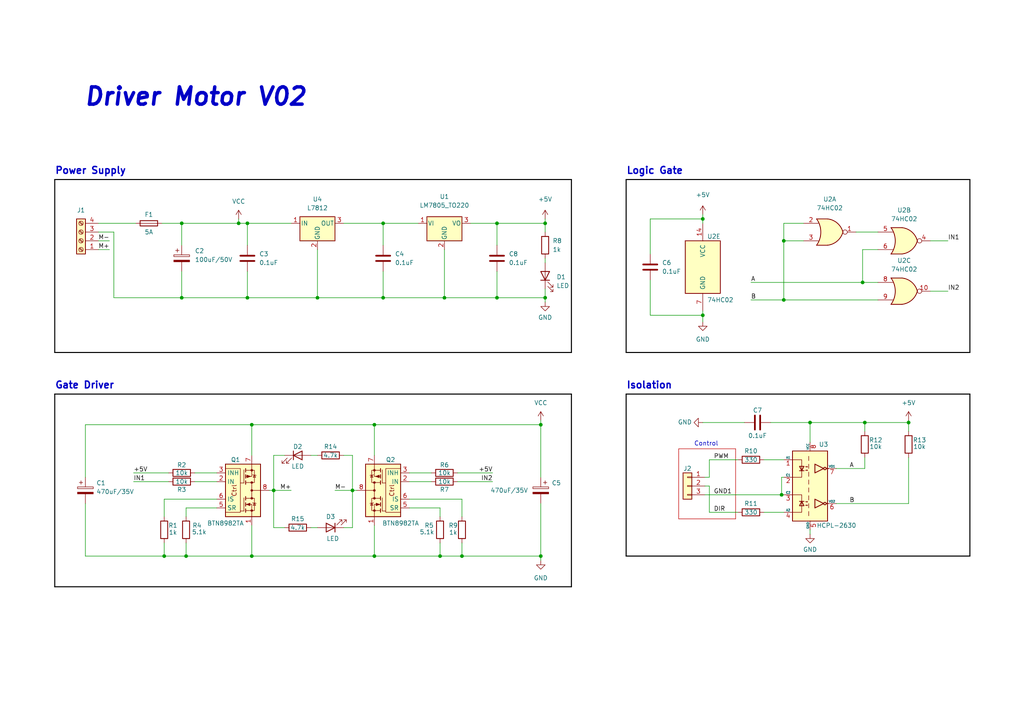
<source format=kicad_sch>
(kicad_sch (version 20231120) (generator "eeschema") (generator_version "8.0")
  (paper "A4")
  (lib_symbols
    (symbol "74xx:74HC02" (pin_names (offset 1.016))
      (property "Reference" "U" (at 0 1.27 0))
      (property "Value" "74HC02" (at 0 -1.27 0))
      (symbol "74HC02_1_1"
        (arc (start -3.81 -3.81) (mid -2.589 0) (end -3.81 3.81) (stroke (width 0.254)))
        (arc (start -0.6096 -3.81) (mid 2.1855 -2.584) (end 3.81 0) (stroke (width 0.254)) (fill (type background)))
        (polyline (pts (xy -3.81 -3.81) (xy -0.635 -3.81)) (stroke (width 0.254)) (fill (type background)))
        (polyline (pts (xy -3.81 3.81) (xy -0.635 3.81)) (stroke (width 0.254)) (fill (type background)))
        (polyline (pts (xy -0.635 3.81) (xy -3.81 3.81) (xy -3.81 3.81) (xy -3.556 3.4036) (xy -3.0226 2.2606) (xy -2.6924 1.0414) (xy -2.6162 -0.254) (xy -2.7686 -1.4986) (xy -3.175 -2.7178) (xy -3.81 -3.81) (xy -3.81 -3.81) (xy -0.635 -3.81)) (stroke (width -25.4)) (fill (type background)))
        (arc (start 3.81 0) (mid 2.1928 2.5925) (end -0.6096 3.81) (stroke (width 0.254)) (fill (type background)))
        (pin output inverted (at 7.62 0 180) (length 3.81) (name "~") (number "1"))
        (pin input line (at -7.62 2.54 0) (length 4.318) (name "~") (number "2"))
        (pin input line (at -7.62 -2.54 0) (length 4.318) (name "~") (number "3"))
      )
      (symbol "74HC02_1_2"
        (arc (start 0 -3.81) (mid 3.7934 0) (end 0 3.81) (stroke (width 0.254)) (fill (type background)))
        (polyline (pts (xy 0 3.81) (xy -3.81 3.81) (xy -3.81 -3.81) (xy 0 -3.81)) (stroke (width 0.254)) (fill (type background)))
        (pin output line (at 7.62 0 180) (length 3.81) (name "~") (number "1"))
        (pin input inverted (at -7.62 2.54 0) (length 3.81) (name "~") (number "2"))
        (pin input inverted (at -7.62 -2.54 0) (length 3.81) (name "~") (number "3"))
      )
      (symbol "74HC02_2_1"
        (arc (start -3.81 -3.81) (mid -2.589 0) (end -3.81 3.81) (stroke (width 0.254)))
        (arc (start -0.6096 -3.81) (mid 2.1855 -2.584) (end 3.81 0) (stroke (width 0.254)) (fill (type background)))
        (polyline (pts (xy -3.81 -3.81) (xy -0.635 -3.81)) (stroke (width 0.254)) (fill (type background)))
        (polyline (pts (xy -3.81 3.81) (xy -0.635 3.81)) (stroke (width 0.254)) (fill (type background)))
        (polyline (pts (xy -0.635 3.81) (xy -3.81 3.81) (xy -3.81 3.81) (xy -3.556 3.4036) (xy -3.0226 2.2606) (xy -2.6924 1.0414) (xy -2.6162 -0.254) (xy -2.7686 -1.4986) (xy -3.175 -2.7178) (xy -3.81 -3.81) (xy -3.81 -3.81) (xy -0.635 -3.81)) (stroke (width -25.4)) (fill (type background)))
        (arc (start 3.81 0) (mid 2.1928 2.5925) (end -0.6096 3.81) (stroke (width 0.254)) (fill (type background)))
        (pin output inverted (at 7.62 0 180) (length 3.81) (name "~") (number "4"))
        (pin input line (at -7.62 2.54 0) (length 4.318) (name "~") (number "5"))
        (pin input line (at -7.62 -2.54 0) (length 4.318) (name "~") (number "6"))
      )
      (symbol "74HC02_2_2"
        (arc (start 0 -3.81) (mid 3.7934 0) (end 0 3.81) (stroke (width 0.254)) (fill (type background)))
        (polyline (pts (xy 0 3.81) (xy -3.81 3.81) (xy -3.81 -3.81) (xy 0 -3.81)) (stroke (width 0.254)) (fill (type background)))
        (pin output line (at 7.62 0 180) (length 3.81) (name "~") (number "4"))
        (pin input inverted (at -7.62 2.54 0) (length 3.81) (name "~") (number "5"))
        (pin input inverted (at -7.62 -2.54 0) (length 3.81) (name "~") (number "6"))
      )
      (symbol "74HC02_3_1"
        (arc (start -3.81 -3.81) (mid -2.589 0) (end -3.81 3.81) (stroke (width 0.254)))
        (arc (start -0.6096 -3.81) (mid 2.1855 -2.584) (end 3.81 0) (stroke (width 0.254)) (fill (type background)))
        (polyline (pts (xy -3.81 -3.81) (xy -0.635 -3.81)) (stroke (width 0.254)) (fill (type background)))
        (polyline (pts (xy -3.81 3.81) (xy -0.635 3.81)) (stroke (width 0.254)) (fill (type background)))
        (polyline (pts (xy -0.635 3.81) (xy -3.81 3.81) (xy -3.81 3.81) (xy -3.556 3.4036) (xy -3.0226 2.2606) (xy -2.6924 1.0414) (xy -2.6162 -0.254) (xy -2.7686 -1.4986) (xy -3.175 -2.7178) (xy -3.81 -3.81) (xy -3.81 -3.81) (xy -0.635 -3.81)) (stroke (width -25.4)) (fill (type background)))
        (arc (start 3.81 0) (mid 2.1928 2.5925) (end -0.6096 3.81) (stroke (width 0.254)) (fill (type background)))
        (pin output inverted (at 7.62 0 180) (length 3.81) (name "~") (number "10"))
        (pin input line (at -7.62 2.54 0) (length 4.318) (name "~") (number "8"))
        (pin input line (at -7.62 -2.54 0) (length 4.318) (name "~") (number "9"))
      )
      (symbol "74HC02_3_2"
        (arc (start 0 -3.81) (mid 3.7934 0) (end 0 3.81) (stroke (width 0.254)) (fill (type background)))
        (polyline (pts (xy 0 3.81) (xy -3.81 3.81) (xy -3.81 -3.81) (xy 0 -3.81)) (stroke (width 0.254)) (fill (type background)))
        (pin output line (at 7.62 0 180) (length 3.81) (name "~") (number "10"))
        (pin input inverted (at -7.62 2.54 0) (length 3.81) (name "~") (number "8"))
        (pin input inverted (at -7.62 -2.54 0) (length 3.81) (name "~") (number "9"))
      )
      (symbol "74HC02_4_1"
        (arc (start -3.81 -3.81) (mid -2.589 0) (end -3.81 3.81) (stroke (width 0.254)))
        (arc (start -0.6096 -3.81) (mid 2.1855 -2.584) (end 3.81 0) (stroke (width 0.254)) (fill (type background)))
        (polyline (pts (xy -3.81 -3.81) (xy -0.635 -3.81)) (stroke (width 0.254)) (fill (type background)))
        (polyline (pts (xy -3.81 3.81) (xy -0.635 3.81)) (stroke (width 0.254)) (fill (type background)))
        (polyline (pts (xy -0.635 3.81) (xy -3.81 3.81) (xy -3.81 3.81) (xy -3.556 3.4036) (xy -3.0226 2.2606) (xy -2.6924 1.0414) (xy -2.6162 -0.254) (xy -2.7686 -1.4986) (xy -3.175 -2.7178) (xy -3.81 -3.81) (xy -3.81 -3.81) (xy -0.635 -3.81)) (stroke (width -25.4)) (fill (type background)))
        (arc (start 3.81 0) (mid 2.1928 2.5925) (end -0.6096 3.81) (stroke (width 0.254)) (fill (type background)))
        (pin input line (at -7.62 2.54 0) (length 4.318) (name "~") (number "11"))
        (pin input line (at -7.62 -2.54 0) (length 4.318) (name "~") (number "12"))
        (pin output inverted (at 7.62 0 180) (length 3.81) (name "~") (number "13"))
      )
      (symbol "74HC02_4_2"
        (arc (start 0 -3.81) (mid 3.7934 0) (end 0 3.81) (stroke (width 0.254)) (fill (type background)))
        (polyline (pts (xy 0 3.81) (xy -3.81 3.81) (xy -3.81 -3.81) (xy 0 -3.81)) (stroke (width 0.254)) (fill (type background)))
        (pin input inverted (at -7.62 2.54 0) (length 3.81) (name "~") (number "11"))
        (pin input inverted (at -7.62 -2.54 0) (length 3.81) (name "~") (number "12"))
        (pin output line (at 7.62 0 180) (length 3.81) (name "~") (number "13"))
      )
      (symbol "74HC02_5_0"
        (pin power_in line (at 0 12.7 270) (length 5.08) (name "VCC") (number "14"))
        (pin power_in line (at 0 -12.7 90) (length 5.08) (name "GND") (number "7"))
      )
      (symbol "74HC02_5_1"
        (rectangle (start -5.08 7.62) (end 5.08 -7.62) (stroke (width 0.254)) (fill (type background)))
      )
    )
    (symbol "Connector:Screw_Terminal_01x04" (pin_names (offset 1.016) hide)
      (property "Reference" "J" (at 0 5.08 0))
      (property "Value" "Screw_Terminal_01x04" (at 0 -7.62 0))
      (symbol "Screw_Terminal_01x04_1_1"
        (rectangle (start -1.27 3.81) (end 1.27 -6.35) (stroke (width 0.254)) (fill (type background)))
        (circle (center 0 -5.08) (radius 0.635) (stroke (width 0.1524)))
        (circle (center 0 -2.54) (radius 0.635) (stroke (width 0.1524)))
        (polyline (pts (xy -0.5334 -4.7498) (xy 0.3302 -5.588)) (stroke (width 0.1524)))
        (polyline (pts (xy -0.5334 -2.2098) (xy 0.3302 -3.048)) (stroke (width 0.1524)))
        (polyline (pts (xy -0.5334 0.3302) (xy 0.3302 -0.508)) (stroke (width 0.1524)))
        (polyline (pts (xy -0.5334 2.8702) (xy 0.3302 2.032)) (stroke (width 0.1524)))
        (polyline (pts (xy -0.3556 -4.572) (xy 0.508 -5.4102)) (stroke (width 0.1524)))
        (polyline (pts (xy -0.3556 -2.032) (xy 0.508 -2.8702)) (stroke (width 0.1524)))
        (polyline (pts (xy -0.3556 0.508) (xy 0.508 -0.3302)) (stroke (width 0.1524)))
        (polyline (pts (xy -0.3556 3.048) (xy 0.508 2.2098)) (stroke (width 0.1524)))
        (circle (center 0 0) (radius 0.635) (stroke (width 0.1524)))
        (circle (center 0 2.54) (radius 0.635) (stroke (width 0.1524)))
        (pin passive line (at -5.08 2.54 0) (length 3.81) (name "Pin_1") (number "1"))
        (pin passive line (at -5.08 0 0) (length 3.81) (name "Pin_2") (number "2"))
        (pin passive line (at -5.08 -2.54 0) (length 3.81) (name "Pin_3") (number "3"))
        (pin passive line (at -5.08 -5.08 0) (length 3.81) (name "Pin_4") (number "4"))
      )
    )
    (symbol "Connector_Generic:Conn_01x03" (pin_names (offset 1.016) hide)
      (property "Reference" "J" (at 0 5.08 0))
      (property "Value" "Conn_01x03" (at 0 -5.08 0))
      (symbol "Conn_01x03_1_1"
        (rectangle (start -1.27 -2.413) (end 0 -2.667) (stroke (width 0.1524)))
        (rectangle (start -1.27 0.127) (end 0 -0.127) (stroke (width 0.1524)))
        (rectangle (start -1.27 2.667) (end 0 2.413) (stroke (width 0.1524)))
        (rectangle (start -1.27 3.81) (end 1.27 -3.81) (stroke (width 0.254)) (fill (type background)))
        (pin passive line (at -5.08 2.54 0) (length 3.81) (name "Pin_1") (number "1"))
        (pin passive line (at -5.08 0 0) (length 3.81) (name "Pin_2") (number "2"))
        (pin passive line (at -5.08 -2.54 0) (length 3.81) (name "Pin_3") (number "3"))
      )
    )
    (symbol "Device:C" (pin_numbers hide) (pin_names (offset 0.254))
      (property "Reference" "C" (at 0.635 2.54 0))
      (property "Value" "C" (at 0.635 -2.54 0))
      (symbol "C_0_1"
        (polyline (pts (xy -2.032 -0.762) (xy 2.032 -0.762)) (stroke (width 0.508)))
        (polyline (pts (xy -2.032 0.762) (xy 2.032 0.762)) (stroke (width 0.508)))
      )
      (symbol "C_1_1"
        (pin passive line (at 0 3.81 270) (length 2.794) (name "~") (number "1"))
        (pin passive line (at 0 -3.81 90) (length 2.794) (name "~") (number "2"))
      )
    )
    (symbol "Device:C_Polarized" (pin_numbers hide) (pin_names (offset 0.254))
      (property "Reference" "C" (at 0.635 2.54 0))
      (property "Value" "C_Polarized" (at 0.635 -2.54 0))
      (symbol "C_Polarized_0_1"
        (rectangle (start -2.286 0.508) (end 2.286 1.016))
        (polyline (pts (xy -1.778 2.286) (xy -0.762 2.286)))
        (polyline (pts (xy -1.27 2.794) (xy -1.27 1.778)))
        (rectangle (start 2.286 -0.508) (end -2.286 -1.016) (fill (type outline)))
      )
      (symbol "C_Polarized_1_1"
        (pin passive line (at 0 3.81 270) (length 2.794) (name "~") (number "1"))
        (pin passive line (at 0 -3.81 90) (length 2.794) (name "~") (number "2"))
      )
    )
    (symbol "Device:Fuse" (pin_numbers hide) (pin_names (offset 0))
      (property "Reference" "F" (at 2.032 0 90))
      (property "Value" "Fuse" (at -1.905 0 90))
      (symbol "Fuse_0_1"
        (rectangle (start -0.762 -2.54) (end 0.762 2.54) (stroke (width 0.254)))
        (polyline (pts (xy 0 2.54) (xy 0 -2.54)))
      )
      (symbol "Fuse_1_1"
        (pin passive line (at 0 3.81 270) (length 1.27) (name "~") (number "1"))
        (pin passive line (at 0 -3.81 90) (length 1.27) (name "~") (number "2"))
      )
    )
    (symbol "Device:LED" (pin_numbers hide) (pin_names (offset 1.016) hide)
      (property "Reference" "D" (at 0 2.54 0))
      (property "Value" "LED" (at 0 -2.54 0))
      (symbol "LED_0_1"
        (polyline (pts (xy -1.27 -1.27) (xy -1.27 1.27)) (stroke (width 0.254)))
        (polyline (pts (xy -1.27 0) (xy 1.27 0)))
        (polyline (pts (xy 1.27 -1.27) (xy 1.27 1.27) (xy -1.27 0) (xy 1.27 -1.27)) (stroke (width 0.254)))
        (polyline (pts (xy -3.048 -0.762) (xy -4.572 -2.286) (xy -3.81 -2.286) (xy -4.572 -2.286) (xy -4.572 -1.524)))
        (polyline (pts (xy -1.778 -0.762) (xy -3.302 -2.286) (xy -2.54 -2.286) (xy -3.302 -2.286) (xy -3.302 -1.524)))
      )
      (symbol "LED_1_1"
        (pin passive line (at -3.81 0 0) (length 2.54) (name "K") (number "1"))
        (pin passive line (at 3.81 0 180) (length 2.54) (name "A") (number "2"))
      )
    )
    (symbol "Device:R" (pin_numbers hide) (pin_names (offset 0))
      (property "Reference" "R" (at 2.032 0 90))
      (property "Value" "R" (at 0 0 90))
      (symbol "R_0_1"
        (rectangle (start -1.016 -2.54) (end 1.016 2.54) (stroke (width 0.254)))
      )
      (symbol "R_1_1"
        (pin passive line (at 0 3.81 270) (length 1.27) (name "~") (number "1"))
        (pin passive line (at 0 -3.81 90) (length 1.27) (name "~") (number "2"))
      )
    )
    (symbol "Isolator:HCPL-2630" (pin_names (offset 0))
      (property "Reference" "U" (at -4.064 11.43 0))
      (property "Value" "HCPL-2630" (at 7.62 11.43 0))
      (symbol "HCPL-2630_1_1"
        (rectangle (start -5.08 10.16) (end 5.08 -10.16) (stroke (width 0.254)) (fill (type background)))
        (polyline (pts (xy -3.048 -4.445) (xy -1.778 -4.445)) (stroke (width 0.254)))
        (polyline (pts (xy -3.048 4.445) (xy -1.778 4.445)) (stroke (width 0.254)))
        (polyline (pts (xy -0.381 -7.366) (xy -0.381 -8.636)))
        (polyline (pts (xy -0.381 -5.08) (xy -0.381 -6.35)))
        (polyline (pts (xy -0.381 -2.794) (xy -0.381 -4.064)))
        (polyline (pts (xy -0.381 -0.508) (xy -0.381 -1.778)))
        (polyline (pts (xy -0.381 1.778) (xy -0.381 0.508)))
        (polyline (pts (xy -0.381 4.064) (xy -0.381 2.794)))
        (polyline (pts (xy -0.381 6.35) (xy -0.381 5.08)))
        (polyline (pts (xy -0.381 8.636) (xy -0.381 7.366)))
        (polyline (pts (xy 4.699 -5.08) (xy 5.207 -5.08)) (stroke (width 0.254)))
        (polyline (pts (xy 4.699 5.08) (xy 5.334 5.08)) (stroke (width 0.254)))
        (polyline (pts (xy -4.953 -7.62) (xy -2.413 -7.62) (xy -2.413 -5.715)))
        (polyline (pts (xy -4.953 7.62) (xy -2.413 7.62) (xy -2.413 4.318)))
        (polyline (pts (xy -2.413 -5.842) (xy -2.413 -2.54) (xy -4.953 -2.54)))
        (polyline (pts (xy -2.413 4.445) (xy -2.413 2.54) (xy -4.953 2.54)))
        (polyline (pts (xy -2.413 -4.445) (xy -3.048 -5.715) (xy -1.778 -5.715) (xy -2.413 -4.445)) (stroke (width 0.254)))
        (polyline (pts (xy -2.413 4.445) (xy -3.048 5.715) (xy -1.778 5.715) (xy -2.413 4.445)) (stroke (width 0.254)))
        (polyline (pts (xy 3.937 -5.08) (xy 1.397 -3.81) (xy 1.397 -6.35) (xy 3.937 -5.08)) (stroke (width 0.254)))
        (polyline (pts (xy 3.937 5.08) (xy 1.397 6.35) (xy 1.397 3.81) (xy 3.937 5.08)) (stroke (width 0.254)))
        (polyline (pts (xy -1.397 -5.588) (xy -0.635 -5.588) (xy -1.016 -5.715) (xy -1.016 -5.461) (xy -0.635 -5.588)) (stroke (width 0.127)))
        (polyline (pts (xy -1.397 -4.572) (xy -0.635 -4.572) (xy -1.016 -4.699) (xy -1.016 -4.445) (xy -0.635 -4.572)) (stroke (width 0.127)))
        (polyline (pts (xy -1.397 4.572) (xy -0.635 4.572) (xy -1.016 4.445) (xy -1.016 4.699) (xy -0.635 4.572)) (stroke (width 0.127)))
        (polyline (pts (xy -1.397 5.588) (xy -0.635 5.588) (xy -1.016 5.461) (xy -1.016 5.715) (xy -0.635 5.588)) (stroke (width 0.127)))
        (circle (center 4.318 -5.08) (radius 0.3556) (stroke (width 0.254)))
        (circle (center 4.318 5.08) (radius 0.3556) (stroke (width 0.254)))
        (pin passive line (at -7.62 7.62 0) (length 2.54) (name "A1") (number "1"))
        (pin passive line (at -7.62 2.54 0) (length 2.54) (name "C1") (number "2"))
        (pin passive line (at -7.62 -2.54 0) (length 2.54) (name "C2") (number "3"))
        (pin passive line (at -7.62 -7.62 0) (length 2.54) (name "A2") (number "4"))
        (pin power_in line (at 0 -12.7 90) (length 2.54) (name "GND") (number "5"))
        (pin open_collector line (at 7.62 -5.08 180) (length 2.54) (name "VO2") (number "6"))
        (pin open_collector line (at 7.62 5.08 180) (length 2.54) (name "VO1") (number "7"))
        (pin power_in line (at 0 12.7 270) (length 2.54) (name "VCC") (number "8"))
      )
    )
    (symbol "Power_Management:BTN8982TA"
      (property "Reference" "Q" (at 6.35 5.715 0))
      (property "Value" "BTN8982TA" (at 6.35 3.81 0))
      (symbol "BTN8982TA_0_1"
        (rectangle (start -5.08 7.62) (end 5.08 -7.62) (stroke (width 0.254)) (fill (type background)))
        (polyline (pts (xy 0.254 -5.969) (xy -0.762 -5.969)))
        (polyline (pts (xy 0.254 2.159) (xy -0.762 2.159)))
        (polyline (pts (xy 2.54 0) (xy 5.08 0)))
        (polyline (pts (xy 2.54 2.286) (xy 2.54 -2.286)))
        (polyline (pts (xy 2.54 -5.842) (xy 2.54 -7.62) (xy 2.54 -6.858)))
        (polyline (pts (xy -5.08 6.35) (xy -0.762 6.35) (xy -0.762 -6.35) (xy -5.08 -6.35)))
      )
      (symbol "BTN8982TA_1_0"
        (text "Ctrl" (at -2.54 0 900) (effects (font (size 1.27 1.27))))
      )
      (symbol "BTN8982TA_1_1"
        (polyline (pts (xy 0.762 -5.842) (xy 2.54 -5.842)))
        (polyline (pts (xy 0.762 -5.334) (xy 0.762 -6.35)) (stroke (width 0.254)))
        (polyline (pts (xy 0.762 -4.064) (xy 2.54 -4.064)))
        (polyline (pts (xy 0.762 -3.556) (xy 0.762 -4.572)) (stroke (width 0.254)))
        (polyline (pts (xy 0.762 -2.286) (xy 2.54 -2.286)))
        (polyline (pts (xy 0.762 -1.778) (xy 0.762 -2.794)) (stroke (width 0.254)))
        (polyline (pts (xy 0.762 2.286) (xy 2.54 2.286)))
        (polyline (pts (xy 0.762 2.794) (xy 0.762 1.778)) (stroke (width 0.254)))
        (polyline (pts (xy 0.762 4.064) (xy 2.54 4.064)))
        (polyline (pts (xy 0.762 4.572) (xy 0.762 3.556)) (stroke (width 0.254)))
        (polyline (pts (xy 0.762 5.842) (xy 2.54 5.842)))
        (polyline (pts (xy 0.762 6.35) (xy 0.762 5.334)) (stroke (width 0.254)))
        (polyline (pts (xy 2.54 -5.842) (xy 2.54 -4.064)))
        (polyline (pts (xy 2.54 4.064) (xy 2.54 5.842)))
        (polyline (pts (xy 2.54 7.62) (xy 2.54 5.842)))
        (polyline (pts (xy 0.254 -2.159) (xy 0.254 -5.969) (xy 0.254 -5.969)))
        (polyline (pts (xy 0.254 5.969) (xy 0.254 2.159) (xy 0.254 2.159)))
        (polyline (pts (xy 1.016 -4.064) (xy 2.032 -3.683) (xy 2.032 -4.445) (xy 1.016 -4.064)) (fill (type outline)))
        (polyline (pts (xy 2.159 4.064) (xy 1.143 3.683) (xy 1.143 4.445) (xy 2.159 4.064)) (fill (type outline)))
        (polyline (pts (xy 2.54 -5.842) (xy 3.302 -5.842) (xy 3.302 -2.286) (xy 2.54 -2.286)))
        (polyline (pts (xy 2.54 2.286) (xy 3.302 2.286) (xy 3.302 5.842) (xy 2.54 5.842)))
        (polyline (pts (xy 2.794 -3.556) (xy 2.921 -3.683) (xy 3.683 -3.683) (xy 3.81 -3.81)))
        (polyline (pts (xy 2.794 4.572) (xy 2.921 4.445) (xy 3.683 4.445) (xy 3.81 4.318)))
        (polyline (pts (xy 3.302 -3.683) (xy 2.921 -4.318) (xy 3.683 -4.318) (xy 3.302 -3.683)))
        (polyline (pts (xy 3.302 4.445) (xy 2.921 3.81) (xy 3.683 3.81) (xy 3.302 4.445)))
        (circle (center 2.54 -5.842) (radius 0.2794) (fill (type outline)))
        (circle (center 2.54 -2.286) (radius 0.2794) (fill (type outline)))
        (circle (center 2.54 0) (radius 0.2794) (fill (type outline)))
        (circle (center 2.54 2.286) (radius 0.2794) (fill (type outline)))
        (circle (center 2.54 5.842) (radius 0.2794) (fill (type outline)))
        (pin power_in line (at 2.54 -10.16 90) (length 2.54) (name "~") (number "1"))
        (pin input line (at -7.62 2.54 0) (length 2.54) (name "IN") (number "2"))
        (pin input line (at -7.62 5.08 0) (length 2.54) (name "INH") (number "3"))
        (pin passive line (at 7.62 0 180) (length 2.54) hide (name "~") (number "4"))
        (pin input line (at -7.62 -5.08 0) (length 2.54) (name "SR") (number "5"))
        (pin output line (at -7.62 -2.54 0) (length 2.54) (name "IS") (number "6"))
        (pin power_in line (at 2.54 10.16 270) (length 2.54) (name "~") (number "7"))
        (pin passive line (at 7.62 0 180) (length 2.54) (name "~") (number "8"))
      )
    )
    (symbol "Regulator_Linear:L7812" (pin_names (offset 0.254))
      (property "Reference" "U" (at -3.81 3.175 0))
      (property "Value" "L7812" (at 0 3.175 0))
      (symbol "L7812_0_1"
        (rectangle (start -5.08 1.905) (end 5.08 -5.08) (stroke (width 0.254)) (fill (type background)))
      )
      (symbol "L7812_1_1"
        (pin power_in line (at -7.62 0 0) (length 2.54) (name "IN") (number "1"))
        (pin power_in line (at 0 -7.62 90) (length 2.54) (name "GND") (number "2"))
        (pin power_out line (at 7.62 0 180) (length 2.54) (name "OUT") (number "3"))
      )
    )
    (symbol "Regulator_Linear:LM7805_TO220" (pin_names (offset 0.254))
      (property "Reference" "U" (at -3.81 3.175 0))
      (property "Value" "LM7805_TO220" (at 0 3.175 0))
      (symbol "LM7805_TO220_0_1"
        (rectangle (start -5.08 1.905) (end 5.08 -5.08) (stroke (width 0.254)) (fill (type background)))
      )
      (symbol "LM7805_TO220_1_1"
        (pin power_in line (at -7.62 0 0) (length 2.54) (name "VI") (number "1"))
        (pin power_in line (at 0 -7.62 90) (length 2.54) (name "GND") (number "2"))
        (pin power_out line (at 7.62 0 180) (length 2.54) (name "VO") (number "3"))
      )
    )
    (symbol "power:+5V" (power) (pin_names (offset 0))
      (property "Value" "+5V" (at 0 3.556 0))
      (symbol "+5V_0_1"
        (polyline (pts (xy -0.762 1.27) (xy 0 2.54)))
        (polyline (pts (xy 0 0) (xy 0 2.54)))
        (polyline (pts (xy 0 2.54) (xy 0.762 1.27)))
      )
      (symbol "+5V_1_1"
        (pin power_in line (at 0 0 90) (length 0) hide (name "+5V") (number "1"))
      )
    )
    (symbol "power:GND" (power) (pin_names (offset 0))
      (property "Value" "GND" (at 0 -3.81 0))
      (symbol "GND_0_1"
        (polyline (pts (xy 0 0) (xy 0 -1.27) (xy 1.27 -1.27) (xy 0 -2.54) (xy -1.27 -1.27) (xy 0 -1.27)))
      )
      (symbol "GND_1_1"
        (pin power_in line (at 0 0 270) (length 0) hide (name "GND") (number "1"))
      )
    )
    (symbol "power:VCC" (power) (pin_names (offset 0))
      (property "Value" "VCC" (at 0 3.81 0))
      (symbol "VCC_0_1"
        (polyline (pts (xy -0.762 1.27) (xy 0 2.54)))
        (polyline (pts (xy 0 0) (xy 0 2.54)))
        (polyline (pts (xy 0 2.54) (xy 0.762 1.27)))
      )
      (symbol "VCC_1_1"
        (pin power_in line (at 0 0 90) (length 0) hide (name "VCC") (number "1"))
      )
    )
  )
  (junction (at 111.125 86.36))
  (junction (at 144.145 86.36))
  (junction (at 156.845 161.29))
  (junction (at 47.625 161.29))
  (junction (at 52.705 64.77))
  (junction (at 79.375 142.24))
  (junction (at 203.835 63.5))
  (junction (at 102.235 142.24))
  (junction (at 52.705 86.36))
  (junction (at 69.215 64.77))
  (junction (at 108.585 161.29))
  (junction (at 73.025 123.19))
  (junction (at 133.985 161.29))
  (junction (at 227.33 86.995))
  (junction (at 108.585 123.19))
  (junction (at 263.525 122.555))
  (junction (at 144.145 64.77))
  (junction (at 128.905 86.36))
  (junction (at 203.835 91.44))
  (junction (at 227.33 69.85))
  (junction (at 250.825 122.555))
  (junction (at 73.025 161.29))
  (junction (at 158.115 64.77))
  (junction (at 158.115 86.36))
  (junction (at 53.975 161.29))
  (junction (at 127.635 161.29))
  (junction (at 71.755 86.36))
  (junction (at 92.075 86.36))
  (junction (at 156.845 123.19))
  (junction (at 234.95 122.555))
  (junction (at 226.695 143.51))
  (junction (at 250.19 81.915))
  (junction (at 71.755 64.77))
  (junction (at 111.125 64.77))
  (wire (pts (xy 38.735 137.16) (xy 48.895 137.16)))
  (wire (pts (xy 203.835 63.5) (xy 203.835 64.77)))
  (wire (pts (xy 217.805 86.995) (xy 227.33 86.995)))
  (wire (pts (xy 24.765 161.29) (xy 47.625 161.29)))
  (wire (pts (xy 158.115 86.36) (xy 158.115 87.63)))
  (wire (pts (xy 102.235 142.24) (xy 103.505 142.24)))
  (wire (pts (xy 234.95 122.555) (xy 250.825 122.555)))
  (wire (pts (xy 227.33 69.85) (xy 227.33 86.995)))
  (wire (pts (xy 102.235 132.08) (xy 102.235 142.24)))
  (wire (pts (xy 144.145 78.74) (xy 144.145 86.36)))
  (wire (pts (xy 250.825 122.555) (xy 250.825 125.095)))
  (wire (pts (xy 227.33 64.77) (xy 227.33 69.85)))
  (wire (pts (xy 53.975 161.29) (xy 73.025 161.29)))
  (wire (pts (xy 73.025 161.29) (xy 73.025 152.4)))
  (wire (pts (xy 203.835 90.17) (xy 203.835 91.44)))
  (wire (pts (xy 205.74 140.97) (xy 205.74 148.59)))
  (wire (pts (xy 158.115 86.36) (xy 158.115 83.82)))
  (wire (pts (xy 203.835 122.555) (xy 215.9 122.555)))
  (polyline (pts (xy 15.875 170.18) (xy 15.875 114.3)) (stroke (width 0.3) (type solid) (color 0 0 0 1)))
  (wire (pts (xy 79.375 153.035) (xy 79.375 142.24)))
  (polyline (pts (xy 181.61 52.07) (xy 281.305 52.07)) (stroke (width 0.3) (type solid) (color 0 0 0 1)))
  (wire (pts (xy 46.99 64.77) (xy 52.705 64.77)))
  (wire (pts (xy 158.115 74.93) (xy 158.115 76.2)))
  (wire (pts (xy 250.19 72.39) (xy 250.19 81.915)))
  (wire (pts (xy 99.695 153.035) (xy 102.235 153.035)))
  (wire (pts (xy 28.575 64.77) (xy 39.37 64.77)))
  (wire (pts (xy 263.525 132.715) (xy 263.525 146.05)))
  (polyline (pts (xy 181.61 114.3) (xy 281.305 114.3)) (stroke (width 0.3) (type solid) (color 0 0 0 1)))
  (wire (pts (xy 38.735 139.7) (xy 48.895 139.7)))
  (wire (pts (xy 24.765 123.19) (xy 24.765 138.43)))
  (wire (pts (xy 188.595 91.44) (xy 203.835 91.44)))
  (wire (pts (xy 221.615 133.35) (xy 227.33 133.35)))
  (wire (pts (xy 99.695 132.08) (xy 102.235 132.08)))
  (wire (pts (xy 205.74 133.35) (xy 213.995 133.35)))
  (wire (pts (xy 33.02 67.31) (xy 33.02 86.36)))
  (polyline (pts (xy 15.875 52.07) (xy 165.735 52.07)) (stroke (width 0.3) (type solid) (color 0 0 0 1)))
  (wire (pts (xy 158.115 63.5) (xy 158.115 64.77)))
  (wire (pts (xy 226.695 138.43) (xy 226.695 143.51)))
  (wire (pts (xy 82.55 153.035) (xy 79.375 153.035)))
  (wire (pts (xy 127.635 161.29) (xy 108.585 161.29)))
  (wire (pts (xy 203.835 91.44) (xy 203.835 93.345)))
  (wire (pts (xy 69.215 64.77) (xy 71.755 64.77)))
  (wire (pts (xy 53.975 149.86) (xy 53.975 147.32)))
  (wire (pts (xy 250.825 135.89) (xy 242.57 135.89)))
  (wire (pts (xy 62.865 144.78) (xy 47.625 144.78)))
  (wire (pts (xy 56.515 137.16) (xy 62.865 137.16)))
  (wire (pts (xy 144.145 64.77) (xy 144.145 71.12)))
  (wire (pts (xy 111.125 78.74) (xy 111.125 86.36)))
  (wire (pts (xy 92.075 72.39) (xy 92.075 86.36)))
  (wire (pts (xy 203.835 62.23) (xy 203.835 63.5)))
  (wire (pts (xy 250.19 81.915) (xy 254.635 81.915)))
  (wire (pts (xy 111.125 64.77) (xy 121.285 64.77)))
  (wire (pts (xy 204.47 138.43) (xy 205.74 138.43)))
  (wire (pts (xy 144.145 86.36) (xy 158.115 86.36)))
  (wire (pts (xy 133.985 157.48) (xy 133.985 161.29)))
  (wire (pts (xy 127.635 149.86) (xy 127.635 147.32)))
  (wire (pts (xy 204.47 143.51) (xy 226.695 143.51)))
  (wire (pts (xy 156.845 161.29) (xy 133.985 161.29)))
  (wire (pts (xy 156.845 123.19) (xy 156.845 138.43)))
  (wire (pts (xy 158.115 67.31) (xy 158.115 64.77)))
  (wire (pts (xy 52.705 86.36) (xy 71.755 86.36)))
  (wire (pts (xy 111.125 86.36) (xy 128.905 86.36)))
  (wire (pts (xy 52.705 64.77) (xy 69.215 64.77)))
  (wire (pts (xy 188.595 63.5) (xy 203.835 63.5)))
  (wire (pts (xy 221.615 148.59) (xy 227.33 148.59)))
  (polyline (pts (xy 196.85 130.175) (xy 213.36 130.175)) (stroke (width 0) (color 194 0 0 1)))
  (wire (pts (xy 234.95 153.67) (xy 234.95 154.94)))
  (wire (pts (xy 71.755 64.77) (xy 71.755 71.12)))
  (polyline (pts (xy 165.735 102.235) (xy 15.875 102.235)) (stroke (width 0.3) (type solid) (color 0 0 0 1)))
  (wire (pts (xy 205.74 138.43) (xy 205.74 133.35)))
  (wire (pts (xy 28.575 67.31) (xy 33.02 67.31)))
  (polyline (pts (xy 281.305 161.29) (xy 181.61 161.29)) (stroke (width 0.3) (type solid) (color 0 0 0 1)))
  (wire (pts (xy 233.045 64.77) (xy 227.33 64.77)))
  (polyline (pts (xy 165.735 170.18) (xy 15.875 170.18)) (stroke (width 0.3) (type solid) (color 0 0 0 1)))
  (wire (pts (xy 108.585 161.29) (xy 108.585 152.4)))
  (wire (pts (xy 223.52 122.555) (xy 234.95 122.555)))
  (wire (pts (xy 227.33 138.43) (xy 226.695 138.43)))
  (polyline (pts (xy 15.875 102.235) (xy 15.875 52.07)) (stroke (width 0.3) (type solid) (color 0 0 0 1)))
  (wire (pts (xy 128.905 86.36) (xy 144.145 86.36)))
  (wire (pts (xy 263.525 122.555) (xy 263.525 125.095)))
  (wire (pts (xy 102.235 153.035) (xy 102.235 142.24)))
  (wire (pts (xy 73.025 123.19) (xy 24.765 123.19)))
  (wire (pts (xy 73.025 132.08) (xy 73.025 123.19)))
  (wire (pts (xy 156.845 161.29) (xy 156.845 162.56)))
  (wire (pts (xy 78.105 142.24) (xy 79.375 142.24)))
  (wire (pts (xy 97.155 142.24) (xy 102.235 142.24)))
  (wire (pts (xy 47.625 161.29) (xy 53.975 161.29)))
  (polyline (pts (xy 165.735 114.3) (xy 165.735 170.18)) (stroke (width 0.3) (type solid) (color 0 0 0 1)))
  (wire (pts (xy 125.095 137.16) (xy 118.745 137.16)))
  (wire (pts (xy 90.17 153.035) (xy 92.075 153.035)))
  (wire (pts (xy 142.875 139.7) (xy 132.715 139.7)))
  (wire (pts (xy 24.765 146.05) (xy 24.765 161.29)))
  (wire (pts (xy 263.525 122.555) (xy 250.825 122.555)))
  (wire (pts (xy 52.705 78.74) (xy 52.705 86.36)))
  (wire (pts (xy 204.47 140.97) (xy 205.74 140.97)))
  (wire (pts (xy 156.845 146.05) (xy 156.845 161.29)))
  (polyline (pts (xy 165.735 52.07) (xy 165.735 102.235)) (stroke (width 0.3) (type solid) (color 0 0 0 1)))
  (wire (pts (xy 79.375 132.08) (xy 79.375 142.24)))
  (wire (pts (xy 47.625 144.78) (xy 47.625 149.86)))
  (polyline (pts (xy 196.85 130.175) (xy 196.85 150.495)) (stroke (width 0) (color 194 0 0 1)))
  (wire (pts (xy 248.285 67.31) (xy 254.635 67.31)))
  (polyline (pts (xy 281.305 102.235) (xy 181.61 102.235)) (stroke (width 0.3) (type solid) (color 0 0 0 1)))
  (wire (pts (xy 47.625 157.48) (xy 47.625 161.29)))
  (wire (pts (xy 111.125 64.77) (xy 99.695 64.77)))
  (wire (pts (xy 33.02 86.36) (xy 52.705 86.36)))
  (wire (pts (xy 250.825 132.715) (xy 250.825 135.89)))
  (wire (pts (xy 227.33 69.85) (xy 233.045 69.85)))
  (polyline (pts (xy 213.36 130.175) (xy 213.36 150.495)) (stroke (width 0) (color 194 0 0 1)))
  (wire (pts (xy 263.525 121.92) (xy 263.525 122.555)))
  (wire (pts (xy 142.875 137.16) (xy 132.715 137.16)))
  (wire (pts (xy 128.905 72.39) (xy 128.905 86.36)))
  (wire (pts (xy 133.985 144.78) (xy 133.985 149.86)))
  (wire (pts (xy 111.125 64.77) (xy 111.125 71.12)))
  (polyline (pts (xy 181.61 161.29) (xy 181.61 114.3)) (stroke (width 0.3) (type solid) (color 0 0 0 1)))
  (wire (pts (xy 90.17 132.08) (xy 92.075 132.08)))
  (wire (pts (xy 92.075 86.36) (xy 111.125 86.36)))
  (wire (pts (xy 254.635 72.39) (xy 250.19 72.39)))
  (wire (pts (xy 188.595 73.66) (xy 188.595 63.5)))
  (wire (pts (xy 269.875 84.455) (xy 274.955 84.455)))
  (wire (pts (xy 118.745 144.78) (xy 133.985 144.78)))
  (wire (pts (xy 269.875 69.85) (xy 274.955 69.85)))
  (polyline (pts (xy 281.305 114.3) (xy 281.305 161.29)) (stroke (width 0.3) (type solid) (color 0 0 0 1)))
  (wire (pts (xy 227.33 86.995) (xy 254.635 86.995)))
  (wire (pts (xy 28.575 69.85) (xy 31.75 69.85)))
  (polyline (pts (xy 213.36 150.495) (xy 196.85 150.495)) (stroke (width 0) (color 194 0 0 1)))
  (wire (pts (xy 56.515 139.7) (xy 62.865 139.7)))
  (wire (pts (xy 127.635 147.32) (xy 118.745 147.32)))
  (wire (pts (xy 28.575 72.39) (xy 31.75 72.39)))
  (wire (pts (xy 144.145 64.77) (xy 158.115 64.77)))
  (wire (pts (xy 71.755 86.36) (xy 92.075 86.36)))
  (wire (pts (xy 217.805 81.915) (xy 250.19 81.915)))
  (wire (pts (xy 156.845 121.92) (xy 156.845 123.19)))
  (wire (pts (xy 71.755 64.77) (xy 84.455 64.77)))
  (polyline (pts (xy 281.305 52.07) (xy 281.305 102.235)) (stroke (width 0.3) (type solid) (color 0 0 0 1)))
  (wire (pts (xy 53.975 147.32) (xy 62.865 147.32)))
  (polyline (pts (xy 181.61 102.235) (xy 181.61 52.07)) (stroke (width 0.3) (type solid) (color 0 0 0 1)))
  (wire (pts (xy 205.74 148.59) (xy 213.995 148.59)))
  (wire (pts (xy 133.985 161.29) (xy 127.635 161.29)))
  (polyline (pts (xy 15.875 114.3) (xy 165.735 114.3)) (stroke (width 0.3) (type solid) (color 0 0 0 1)))
  (wire (pts (xy 234.95 122.555) (xy 234.95 128.27)))
  (wire (pts (xy 188.595 81.28) (xy 188.595 91.44)))
  (wire (pts (xy 52.705 64.77) (xy 52.705 71.12)))
  (wire (pts (xy 53.975 157.48) (xy 53.975 161.29)))
  (wire (pts (xy 125.095 139.7) (xy 118.745 139.7)))
  (wire (pts (xy 82.55 132.08) (xy 79.375 132.08)))
  (wire (pts (xy 108.585 132.08) (xy 108.585 123.19)))
  (wire (pts (xy 73.025 123.19) (xy 108.585 123.19)))
  (wire (pts (xy 127.635 157.48) (xy 127.635 161.29)))
  (wire (pts (xy 136.525 64.77) (xy 144.145 64.77)))
  (wire (pts (xy 71.755 78.74) (xy 71.755 86.36)))
  (wire (pts (xy 69.215 63.5) (xy 69.215 64.77)))
  (wire (pts (xy 108.585 123.19) (xy 156.845 123.19)))
  (wire (pts (xy 73.025 161.29) (xy 108.585 161.29)))
  (wire (pts (xy 242.57 146.05) (xy 263.525 146.05)))
  (wire (pts (xy 79.375 142.24) (xy 84.455 142.24)))
  (wire (pts (xy 226.695 143.51) (xy 227.33 143.51)))
  (text "Driver Motor V02" (at 24.13 31.115 0) (effects (font (size 5 5) (bold yes) (italic yes)) (justify left bottom)))
  (text "Power Supply" (at 15.875 50.8 0) (effects (font (size 2 2) (bold yes)) (justify left bottom)))
  (text "Control" (at 201.295 129.54 0) (effects (font (size 1.27 1.27)) (justify left bottom)))
  (text "Gate Driver" (at 15.875 113.03 0) (effects (font (size 2 2) (bold yes)) (justify left bottom)))
  (text "Isolation" (at 181.61 113.03 0) (effects (font (size 2 2) (bold yes)) (justify left bottom)))
  (text "Logic Gate" (at 181.61 50.8 0) (effects (font (size 2 2) (bold yes)) (justify left bottom)))
  (label "+5V" (at 142.875 137.16 180))
  (label "B" (at 217.805 86.995 0))
  (label "IN2" (at 274.955 84.455 0))
  (label "IN1" (at 274.955 69.85 0))
  (label "+5V" (at 38.735 137.16 0))
  (label "IN2" (at 142.875 139.7 180))
  (label "A" (at 217.805 81.915 0))
  (label "B" (at 246.38 146.05 0))
  (label "M+" (at 84.455 142.24 180))
  (label "PWM" (at 207.01 133.35 0))
  (label "A" (at 246.38 135.89 0))
  (label "M+" (at 31.75 72.39 180))
  (label "M-" (at 97.155 142.24 0))
  (label "GND1" (at 207.01 143.51 0))
  (label "M-" (at 31.75 69.85 180))
  (label "IN1" (at 38.735 139.7 0))
  (label "DIR" (at 207.01 148.59 0))
  (symbol (lib_id "Device:R") (at 47.625 153.67 180) (unit 1)
    (property "Reference" "R1" (at 50.165 152.4 0))
    (property "Value" "1k" (at 50.165 154.432 0))
    (property "Footprint" "Resistor_SMD:R_0805_2012Metric" (effects (hide yes)))
  )
  (symbol (lib_id "Regulator_Linear:LM7805_TO220") (at 128.905 64.77 0) (unit 1)
    (property "Reference" "U1" (at 128.905 57.023 0))
    (property "Value" "LM7805_TO220" (at 128.905 59.563 0))
    (property "Footprint" "Package_TO_SOT_SMD:TO-252-2" (effects (hide yes)))
    (property "Datasheet" "https://www.onsemi.cn/PowerSolutions/document/MC7800-D.PDF" (effects (hide yes)))
  )
  (symbol (lib_id "Device:C") (at 219.71 122.555 90) (unit 1)
    (property "Reference" "C7" (at 219.71 118.999 90))
    (property "Value" "0.1uF" (at 219.71 126.365 90))
    (property "Footprint" "Capacitor_SMD:C_0805_2012Metric" (effects (hide yes)))
  )
  (symbol (lib_id "Device:C") (at 71.755 74.93 0) (unit 1)
    (property "Reference" "C3" (at 75.184 73.6599 0) (effects (justify left)))
    (property "Value" "0.1uF" (at 75.184 76.1999 0) (effects (justify left)))
    (property "Footprint" "Capacitor_SMD:C_0805_2012Metric" (effects (hide yes)))
  )
  (symbol (lib_id "74xx:74HC02") (at 262.255 69.85 0) (unit 2)
    (property "Reference" "U2" (at 262.255 60.96 0))
    (property "Value" "74HC02" (at 262.255 63.5 0))
    (property "Footprint" "Package_DIP:DIP-14_W7.62mm_Socket_LongPads" (effects (hide yes)))
    (property "Datasheet" "http://www.ti.com/lit/gpn/sn74hc02" (effects (hide yes)))
  )
  (symbol (lib_id "power:GND") (at 234.95 154.94 0) (unit 1)
    (property "Reference" "#PWR06" (effects (hide yes)))
    (property "Value" "GND" (at 234.95 159.385 0))
  )
  (symbol (lib_id "Device:C_Polarized") (at 24.765 142.24 0) (unit 1)
    (property "Reference" "C1" (at 27.94 140.0809 0) (effects (justify left)))
    (property "Value" "470uF/35V" (at 27.94 142.6209 0) (effects (justify left)))
    (property "Footprint" "Capacitor_THT:CP_Radial_D10.0mm_P5.00mm" (effects (hide yes)))
  )
  (symbol (lib_id "Connector_Generic:Conn_01x03") (at 199.39 140.97 0) (mirror y) (unit 1)
    (property "Reference" "J2" (at 199.39 135.89 0))
    (property "Value" "Conn_01x03" (effects (hide yes)))
    (property "Footprint" "Connector_JST:JST_XH_B3B-XH-A_1x03_P2.50mm_Vertical" (effects (hide yes)))
  )
  (symbol (lib_id "Device:R") (at 53.975 153.67 180) (unit 1)
    (property "Reference" "R4" (at 57.15 152.4 0))
    (property "Value" "5.1k" (at 57.785 154.305 0))
    (property "Footprint" "Resistor_SMD:R_0805_2012Metric" (effects (hide yes)))
  )
  (symbol (lib_id "Power_Management:BTN8982TA") (at 111.125 142.24 0) (mirror y) (unit 1)
    (property "Reference" "Q2" (at 113.284 133.35 0))
    (property "Value" "BTN8982TA" (at 116.205 151.765 0))
    (property "Footprint" "Package_TO_SOT_SMD:TO-263-7_TabPin8" (effects (hide yes)))
    (property "Datasheet" "https://www.infineon.com/dgdl/Infineon-BTN8982TA-DS-v01_00-EN.pdf?fileId=db3a30433fa9412f013fbe32289b7c17" (effects (hide yes)))
  )
  (symbol (lib_id "Regulator_Linear:L7812") (at 92.075 64.77 0) (unit 1)
    (property "Reference" "U4" (at 92.075 57.785 0))
    (property "Value" "L7812" (at 92.075 60.325 0))
    (property "Footprint" "Package_TO_SOT_SMD:TO-252-2" (effects (hide yes)))
    (property "Datasheet" "http://www.st.com/content/ccc/resource/technical/document/datasheet/41/4f/b3/b0/12/d4/47/88/CD00000444.pdf/files/CD00000444.pdf/jcr:content/translations/en.CD00000444.pdf" (effects (hide yes)))
  )
  (symbol (lib_id "Device:LED") (at 95.885 153.035 180) (unit 1)
    (property "Reference" "D3" (at 95.885 149.86 0))
    (property "Value" "LED" (at 96.52 156.21 0))
    (property "Footprint" "LED_SMD:LED_0805_2012Metric" (effects (hide yes)))
  )
  (symbol (lib_id "Device:LED") (at 86.36 132.08 0) (unit 1)
    (property "Reference" "D2" (at 86.36 129.54 0))
    (property "Value" "LED" (at 86.36 135.255 0))
    (property "Footprint" "LED_SMD:LED_0805_2012Metric" (effects (hide yes)))
  )
  (symbol (lib_id "74xx:74HC02") (at 240.665 67.31 0) (unit 1)
    (property "Reference" "U2" (at 240.665 57.785 0))
    (property "Value" "74HC02" (at 240.665 60.325 0))
    (property "Footprint" "Package_DIP:DIP-14_W7.62mm_Socket_LongPads" (effects (hide yes)))
    (property "Datasheet" "http://www.ti.com/lit/gpn/sn74hc02" (effects (hide yes)))
  )
  (symbol (lib_id "Device:R") (at 127.635 153.67 0) (mirror x) (unit 1)
    (property "Reference" "R5" (at 124.46 152.4 0))
    (property "Value" "5.1k" (at 123.825 154.305 0))
    (property "Footprint" "Resistor_SMD:R_0805_2012Metric" (effects (hide yes)))
  )
  (symbol (lib_id "power:+5V") (at 203.835 62.23 0) (unit 1)
    (property "Reference" "#PWR08" (effects (hide yes)))
    (property "Value" "+5V" (at 203.835 56.515 0))
  )
  (symbol (lib_id "Device:R") (at 52.705 137.16 90) (unit 1)
    (property "Reference" "R2" (at 52.705 134.874 90))
    (property "Value" "10k" (at 52.705 137.16 90))
    (property "Footprint" "Resistor_SMD:R_0805_2012Metric" (effects (hide yes)))
  )
  (symbol (lib_id "Isolator:HCPL-2630") (at 234.95 140.97 0) (unit 1)
    (property "Reference" "U3" (at 237.49 128.905 0) (effects (justify left)))
    (property "Value" "HCPL-2630" (at 236.855 152.4 0) (effects (justify left)))
    (property "Footprint" "Package_DIP:DIP-8_W7.62mm_Socket_LongPads" (effects (hide yes)))
    (property "Datasheet" "https://docs.broadcom.com/docs/AV02-0940EN" (effects (hide yes)))
  )
  (symbol (lib_id "Device:R") (at 217.805 148.59 90) (unit 1)
    (property "Reference" "R11" (at 217.805 146.05 90))
    (property "Value" "330" (at 217.805 148.59 90))
    (property "Footprint" "Resistor_SMD:R_0805_2012Metric" (effects (hide yes)))
  )
  (symbol (lib_id "74xx:74HC02") (at 203.835 77.47 0) (unit 5)
    (property "Reference" "U2" (at 205.105 68.58 0) (effects (justify left)))
    (property "Value" "74HC02" (at 205.105 86.995 0) (effects (justify left)))
    (property "Footprint" "Package_DIP:DIP-14_W7.62mm_Socket_LongPads" (effects (hide yes)))
    (property "Datasheet" "http://www.ti.com/lit/gpn/sn74hc02" (effects (hide yes)))
  )
  (symbol (lib_id "Connector:Screw_Terminal_01x04") (at 23.495 69.85 180) (unit 1)
    (property "Reference" "J1" (at 23.495 60.96 0))
    (property "Value" "Screw_Terminal_01x04" (effects (hide yes)))
    (property "Footprint" "KF7.62_4P:KF7.62_2O" (effects (hide yes)))
  )
  (symbol (lib_id "power:VCC") (at 156.845 121.92 0) (unit 1)
    (property "Reference" "#PWR04" (effects (hide yes)))
    (property "Value" "VCC" (at 156.845 116.84 0))
  )
  (symbol (lib_id "Device:R") (at 158.115 71.12 0) (unit 1)
    (property "Reference" "R8" (at 160.274 69.8499 0) (effects (justify left)))
    (property "Value" "1k" (at 160.274 72.3899 0) (effects (justify left)))
    (property "Footprint" "Resistor_SMD:R_0805_2012Metric" (effects (hide yes)))
  )
  (symbol (lib_id "74xx:74HC02") (at 262.255 84.455 0) (unit 3)
    (property "Reference" "U2" (at 262.255 75.565 0))
    (property "Value" "74HC02" (at 262.255 78.105 0))
    (property "Footprint" "Package_DIP:DIP-14_W7.62mm_Socket_LongPads" (effects (hide yes)))
    (property "Datasheet" "http://www.ti.com/lit/gpn/sn74hc02" (effects (hide yes)))
  )
  (symbol (lib_id "power:+5V") (at 158.115 63.5 0) (unit 1)
    (property "Reference" "#PWR02" (effects (hide yes)))
    (property "Value" "+5V" (at 158.115 57.785 0))
  )
  (symbol (lib_id "power:GND") (at 203.835 93.345 0) (unit 1)
    (property "Reference" "#PWR09" (effects (hide yes)))
    (property "Value" "GND" (at 203.835 98.425 0))
  )
  (symbol (lib_id "Device:R") (at 128.905 139.7 270) (mirror x) (unit 1)
    (property "Reference" "R7" (at 128.905 141.986 90))
    (property "Value" "10k" (at 128.905 139.7 90))
    (property "Footprint" "Resistor_SMD:R_0805_2012Metric" (effects (hide yes)))
  )
  (symbol (lib_id "Device:R") (at 133.985 153.67 0) (mirror x) (unit 1)
    (property "Reference" "R9" (at 131.445 152.4 0))
    (property "Value" "1k" (at 131.445 154.432 0))
    (property "Footprint" "Resistor_SMD:R_0805_2012Metric" (effects (hide yes)))
  )
  (symbol (lib_id "Device:R") (at 217.805 133.35 90) (unit 1)
    (property "Reference" "R10" (at 217.805 130.81 90))
    (property "Value" "330" (at 217.805 133.35 90))
    (property "Footprint" "Resistor_SMD:R_0805_2012Metric" (effects (hide yes)))
  )
  (symbol (lib_id "Device:R") (at 263.525 128.905 180) (unit 1)
    (property "Reference" "R13" (at 266.7 127.635 0))
    (property "Value" "10k" (at 266.7 129.54 0))
    (property "Footprint" "Resistor_SMD:R_0805_2012Metric" (effects (hide yes)))
  )
  (symbol (lib_id "Device:R") (at 86.36 153.035 90) (unit 1)
    (property "Reference" "R15" (at 86.36 150.495 90))
    (property "Value" "4.7k" (at 86.36 153.035 90))
    (property "Footprint" "Resistor_SMD:R_0805_2012Metric" (effects (hide yes)))
  )
  (symbol (lib_id "Device:R") (at 95.885 132.08 90) (unit 1)
    (property "Reference" "R14" (at 95.885 129.54 90))
    (property "Value" "4.7k" (at 95.885 132.08 90))
    (property "Footprint" "Resistor_SMD:R_0805_2012Metric" (effects (hide yes)))
  )
  (symbol (lib_id "Device:C") (at 188.595 77.47 0) (unit 1)
    (property "Reference" "C6" (at 192.024 76.1999 0) (effects (justify left)))
    (property "Value" "0.1uF" (at 192.024 78.7399 0) (effects (justify left)))
    (property "Footprint" "Capacitor_SMD:C_0805_2012Metric" (effects (hide yes)))
  )
  (symbol (lib_id "power:GND") (at 158.115 87.63 0) (unit 1)
    (property "Reference" "#PWR03" (effects (hide yes)))
    (property "Value" "GND" (at 158.115 92.075 0))
  )
  (symbol (lib_id "power:+5V") (at 263.525 121.92 0) (unit 1)
    (property "Reference" "#PWR07" (effects (hide yes)))
    (property "Value" "+5V" (at 263.525 116.84 0))
  )
  (symbol (lib_id "Device:R") (at 128.905 137.16 270) (mirror x) (unit 1)
    (property "Reference" "R6" (at 128.905 134.874 90))
    (property "Value" "10k" (at 128.905 137.16 90))
    (property "Footprint" "Resistor_SMD:R_0805_2012Metric" (effects (hide yes)))
  )
  (symbol (lib_id "Power_Management:BTN8982TA") (at 70.485 142.24 0) (unit 1)
    (property "Reference" "Q1" (at 68.326 133.35 0))
    (property "Value" "BTN8982TA" (at 65.405 151.765 0))
    (property "Footprint" "Package_TO_SOT_SMD:TO-263-7_TabPin8" (effects (hide yes)))
    (property "Datasheet" "https://www.infineon.com/dgdl/Infineon-BTN8982TA-DS-v01_00-EN.pdf?fileId=db3a30433fa9412f013fbe32289b7c17" (effects (hide yes)))
  )
  (symbol (lib_id "Device:C_Polarized") (at 156.845 142.24 0) (mirror y) (unit 1)
    (property "Reference" "C5" (at 160.02 140.0809 0) (effects (justify right)))
    (property "Value" "470uF/35V" (at 142.24 142.24 0) (effects (justify right)))
    (property "Footprint" "Capacitor_THT:CP_Radial_D10.0mm_P5.00mm" (effects (hide yes)))
  )
  (symbol (lib_id "power:VCC") (at 69.215 63.5 0) (unit 1)
    (property "Reference" "#PWR01" (effects (hide yes)))
    (property "Value" "VCC" (at 69.215 58.42 0))
  )
  (symbol (lib_id "Device:Fuse") (at 43.18 64.77 90) (unit 1)
    (property "Reference" "F1" (at 43.18 62.23 90))
    (property "Value" "5A" (at 43.18 67.31 90))
    (property "Footprint" "Fuse:Fuseholder_Cylinder-5x20mm_Schurter_0031_8201_Horizontal_Open" (effects (hide yes)))
  )
  (symbol (lib_id "Device:C_Polarized") (at 52.705 74.93 0) (unit 1)
    (property "Reference" "C2" (at 56.515 72.7709 0) (effects (justify left)))
    (property "Value" "100uF/50V" (at 56.515 75.3109 0) (effects (justify left)))
    (property "Footprint" "Capacitor_THT:CP_Radial_D8.0mm_P3.80mm" (effects (hide yes)))
  )
  (symbol (lib_id "Device:R") (at 250.825 128.905 180) (unit 1)
    (property "Reference" "R12" (at 254 127.635 0))
    (property "Value" "10k" (at 254 129.54 0))
    (property "Footprint" "Resistor_SMD:R_0805_2012Metric" (effects (hide yes)))
  )
  (symbol (lib_id "power:GND") (at 203.835 122.555 270) (unit 1)
    (property "Reference" "#PWR010" (effects (hide yes)))
    (property "Value" "GND" (at 196.596 122.428 90) (effects (justify left)))
  )
  (symbol (lib_id "Device:C") (at 144.145 74.93 0) (unit 1)
    (property "Reference" "C8" (at 147.574 73.6599 0) (effects (justify left)))
    (property "Value" "0.1uF" (at 147.574 76.1999 0) (effects (justify left)))
    (property "Footprint" "Capacitor_SMD:C_0805_2012Metric" (effects (hide yes)))
  )
  (symbol (lib_id "Device:C") (at 111.125 74.93 0) (unit 1)
    (property "Reference" "C4" (at 114.554 73.6599 0) (effects (justify left)))
    (property "Value" "0.1uF" (at 114.554 76.1999 0) (effects (justify left)))
    (property "Footprint" "Capacitor_SMD:C_0805_2012Metric" (effects (hide yes)))
  )
  (symbol (lib_id "power:GND") (at 156.845 162.56 0) (unit 1)
    (property "Reference" "#PWR05" (effects (hide yes)))
    (property "Value" "GND" (at 156.845 167.64 0))
  )
  (symbol (lib_id "Device:R") (at 52.705 139.7 90) (unit 1)
    (property "Reference" "R3" (at 52.705 141.986 90))
    (property "Value" "10k" (at 52.705 139.7 90))
    (property "Footprint" "Resistor_SMD:R_0805_2012Metric" (effects (hide yes)))
  )
  (symbol (lib_id "Device:LED") (at 158.115 80.01 90) (unit 1)
    (property "Reference" "D1" (at 161.417 80.3274 90) (effects (justify right)))
    (property "Value" "LED" (at 161.417 82.8674 90) (effects (justify right)))
    (property "Footprint" "LED_SMD:LED_0805_2012Metric" (effects (hide yes)))
  )
)
</source>
